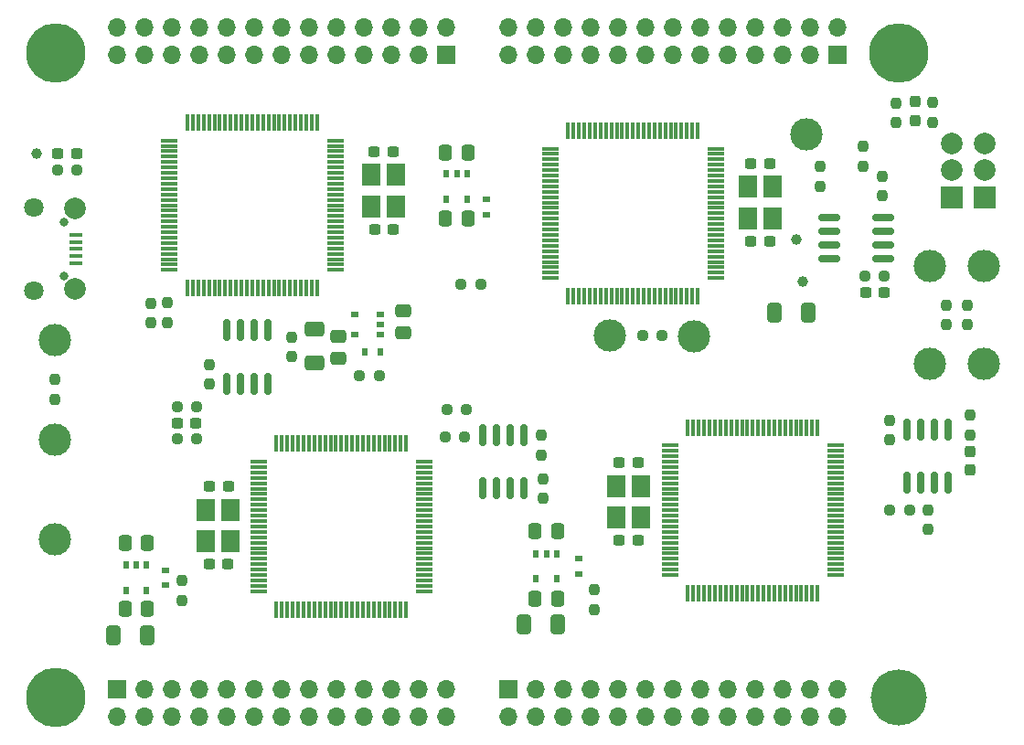
<source format=gbr>
G04 #@! TF.GenerationSoftware,KiCad,Pcbnew,(6.0.7-1)-1*
G04 #@! TF.CreationDate,2022-09-29T12:27:23-05:00*
G04 #@! TF.ProjectId,ramn,72616d6e-2e6b-4696-9361-645f70636258,rev?*
G04 #@! TF.SameCoordinates,Original*
G04 #@! TF.FileFunction,Soldermask,Top*
G04 #@! TF.FilePolarity,Negative*
%FSLAX46Y46*%
G04 Gerber Fmt 4.6, Leading zero omitted, Abs format (unit mm)*
G04 Created by KiCad (PCBNEW (6.0.7-1)-1) date 2022-09-29 12:27:23*
%MOMM*%
%LPD*%
G01*
G04 APERTURE LIST*
G04 Aperture macros list*
%AMRoundRect*
0 Rectangle with rounded corners*
0 $1 Rounding radius*
0 $2 $3 $4 $5 $6 $7 $8 $9 X,Y pos of 4 corners*
0 Add a 4 corners polygon primitive as box body*
4,1,4,$2,$3,$4,$5,$6,$7,$8,$9,$2,$3,0*
0 Add four circle primitives for the rounded corners*
1,1,$1+$1,$2,$3*
1,1,$1+$1,$4,$5*
1,1,$1+$1,$6,$7*
1,1,$1+$1,$8,$9*
0 Add four rect primitives between the rounded corners*
20,1,$1+$1,$2,$3,$4,$5,0*
20,1,$1+$1,$4,$5,$6,$7,0*
20,1,$1+$1,$6,$7,$8,$9,0*
20,1,$1+$1,$8,$9,$2,$3,0*%
G04 Aperture macros list end*
%ADD10C,1.000000*%
%ADD11R,0.510000X0.700000*%
%ADD12RoundRect,0.237500X0.237500X-0.250000X0.237500X0.250000X-0.237500X0.250000X-0.237500X-0.250000X0*%
%ADD13C,5.200000*%
%ADD14C,3.000000*%
%ADD15R,1.700000X1.700000*%
%ADD16O,1.700000X1.700000*%
%ADD17R,2.000000X2.000000*%
%ADD18C,2.000000*%
%ADD19RoundRect,0.237500X-0.237500X0.250000X-0.237500X-0.250000X0.237500X-0.250000X0.237500X0.250000X0*%
%ADD20RoundRect,0.237500X-0.300000X-0.237500X0.300000X-0.237500X0.300000X0.237500X-0.300000X0.237500X0*%
%ADD21RoundRect,0.250000X-0.475000X0.337500X-0.475000X-0.337500X0.475000X-0.337500X0.475000X0.337500X0*%
%ADD22RoundRect,0.075000X0.725000X0.075000X-0.725000X0.075000X-0.725000X-0.075000X0.725000X-0.075000X0*%
%ADD23RoundRect,0.075000X0.075000X0.725000X-0.075000X0.725000X-0.075000X-0.725000X0.075000X-0.725000X0*%
%ADD24RoundRect,0.250000X0.412500X0.650000X-0.412500X0.650000X-0.412500X-0.650000X0.412500X-0.650000X0*%
%ADD25R,1.800000X2.100000*%
%ADD26RoundRect,0.237500X0.300000X0.237500X-0.300000X0.237500X-0.300000X-0.237500X0.300000X-0.237500X0*%
%ADD27RoundRect,0.237500X0.250000X0.237500X-0.250000X0.237500X-0.250000X-0.237500X0.250000X-0.237500X0*%
%ADD28RoundRect,0.075000X-0.725000X-0.075000X0.725000X-0.075000X0.725000X0.075000X-0.725000X0.075000X0*%
%ADD29RoundRect,0.075000X-0.075000X-0.725000X0.075000X-0.725000X0.075000X0.725000X-0.075000X0.725000X0*%
%ADD30RoundRect,0.250000X-0.412500X-0.650000X0.412500X-0.650000X0.412500X0.650000X-0.412500X0.650000X0*%
%ADD31R,0.600000X0.700000*%
%ADD32C,5.500000*%
%ADD33RoundRect,0.250000X0.337500X0.475000X-0.337500X0.475000X-0.337500X-0.475000X0.337500X-0.475000X0*%
%ADD34RoundRect,0.150000X0.150000X-0.825000X0.150000X0.825000X-0.150000X0.825000X-0.150000X-0.825000X0*%
%ADD35RoundRect,0.150000X-0.825000X-0.150000X0.825000X-0.150000X0.825000X0.150000X-0.825000X0.150000X0*%
%ADD36RoundRect,0.150000X-0.150000X0.825000X-0.150000X-0.825000X0.150000X-0.825000X0.150000X0.825000X0*%
%ADD37RoundRect,0.237500X-0.250000X-0.237500X0.250000X-0.237500X0.250000X0.237500X-0.250000X0.237500X0*%
%ADD38R,0.700000X0.510000*%
%ADD39RoundRect,0.237500X-0.237500X0.300000X-0.237500X-0.300000X0.237500X-0.300000X0.237500X0.300000X0*%
%ADD40C,0.800000*%
%ADD41R,1.300000X0.450000*%
%ADD42C,1.800000*%
%ADD43R,0.700000X0.600000*%
%ADD44RoundRect,0.250000X-0.650000X0.412500X-0.650000X-0.412500X0.650000X-0.412500X0.650000X0.412500X0*%
%ADD45RoundRect,0.237500X0.237500X-0.300000X0.237500X0.300000X-0.237500X0.300000X-0.237500X-0.300000X0*%
G04 APERTURE END LIST*
D10*
X113005000Y-64230000D03*
D11*
X52875000Y-94430000D03*
X51925000Y-94430000D03*
X50975000Y-94430000D03*
X50975000Y-96750000D03*
X52875000Y-96750000D03*
D12*
X94305000Y-98530000D03*
X94305000Y-96705000D03*
D10*
X113605000Y-68130000D03*
D13*
X122555000Y-106680000D03*
D14*
X95770000Y-73140000D03*
D15*
X116840000Y-47117000D03*
D16*
X116840000Y-44577000D03*
X114300000Y-47117000D03*
X114300000Y-44577000D03*
X111760000Y-47117000D03*
X111760000Y-44577000D03*
X109220000Y-47117000D03*
X109220000Y-44577000D03*
X106680000Y-47117000D03*
X106680000Y-44577000D03*
X104140000Y-47117000D03*
X104140000Y-44577000D03*
X101600000Y-47117000D03*
X101600000Y-44577000D03*
X99060000Y-47117000D03*
X99060000Y-44577000D03*
X96520000Y-47117000D03*
X96520000Y-44577000D03*
X93980000Y-47117000D03*
X93980000Y-44577000D03*
X91440000Y-47117000D03*
X91440000Y-44577000D03*
X88900000Y-47117000D03*
X88900000Y-44577000D03*
X86360000Y-47117000D03*
X86360000Y-44577000D03*
D17*
X127405000Y-60360000D03*
X130505000Y-60360000D03*
D18*
X130505000Y-57860000D03*
X127405000Y-57860000D03*
X127405000Y-55360000D03*
X130505000Y-55360000D03*
D19*
X89605000Y-86430000D03*
X89605000Y-88255000D03*
X128905000Y-70317500D03*
X128905000Y-72142500D03*
D20*
X108842500Y-57230000D03*
X110567500Y-57230000D03*
D14*
X125405000Y-75730000D03*
X44405000Y-92030000D03*
D21*
X70605000Y-73192500D03*
X70605000Y-75267500D03*
D22*
X70330000Y-67080000D03*
X70330000Y-66580000D03*
X70330000Y-66080000D03*
X70330000Y-65580000D03*
X70330000Y-65080000D03*
X70330000Y-64580000D03*
X70330000Y-64080000D03*
X70330000Y-63580000D03*
X70330000Y-63080000D03*
X70330000Y-62580000D03*
X70330000Y-62080000D03*
X70330000Y-61580000D03*
X70330000Y-61080000D03*
X70330000Y-60580000D03*
X70330000Y-60080000D03*
X70330000Y-59580000D03*
X70330000Y-59080000D03*
X70330000Y-58580000D03*
X70330000Y-58080000D03*
X70330000Y-57580000D03*
X70330000Y-57080000D03*
X70330000Y-56580000D03*
X70330000Y-56080000D03*
X70330000Y-55580000D03*
X70330000Y-55080000D03*
D23*
X68655000Y-53405000D03*
X68155000Y-53405000D03*
X67655000Y-53405000D03*
X67155000Y-53405000D03*
X66655000Y-53405000D03*
X66155000Y-53405000D03*
X65655000Y-53405000D03*
X65155000Y-53405000D03*
X64655000Y-53405000D03*
X64155000Y-53405000D03*
X63655000Y-53405000D03*
X63155000Y-53405000D03*
X62655000Y-53405000D03*
X62155000Y-53405000D03*
X61655000Y-53405000D03*
X61155000Y-53405000D03*
X60655000Y-53405000D03*
X60155000Y-53405000D03*
X59655000Y-53405000D03*
X59155000Y-53405000D03*
X58655000Y-53405000D03*
X58155000Y-53405000D03*
X57655000Y-53405000D03*
X57155000Y-53405000D03*
X56655000Y-53405000D03*
D22*
X54980000Y-55080000D03*
X54980000Y-55580000D03*
X54980000Y-56080000D03*
X54980000Y-56580000D03*
X54980000Y-57080000D03*
X54980000Y-57580000D03*
X54980000Y-58080000D03*
X54980000Y-58580000D03*
X54980000Y-59080000D03*
X54980000Y-59580000D03*
X54980000Y-60080000D03*
X54980000Y-60580000D03*
X54980000Y-61080000D03*
X54980000Y-61580000D03*
X54980000Y-62080000D03*
X54980000Y-62580000D03*
X54980000Y-63080000D03*
X54980000Y-63580000D03*
X54980000Y-64080000D03*
X54980000Y-64580000D03*
X54980000Y-65080000D03*
X54980000Y-65580000D03*
X54980000Y-66080000D03*
X54980000Y-66580000D03*
X54980000Y-67080000D03*
D23*
X56655000Y-68755000D03*
X57155000Y-68755000D03*
X57655000Y-68755000D03*
X58155000Y-68755000D03*
X58655000Y-68755000D03*
X59155000Y-68755000D03*
X59655000Y-68755000D03*
X60155000Y-68755000D03*
X60655000Y-68755000D03*
X61155000Y-68755000D03*
X61655000Y-68755000D03*
X62155000Y-68755000D03*
X62655000Y-68755000D03*
X63155000Y-68755000D03*
X63655000Y-68755000D03*
X64155000Y-68755000D03*
X64655000Y-68755000D03*
X65155000Y-68755000D03*
X65655000Y-68755000D03*
X66155000Y-68755000D03*
X66655000Y-68755000D03*
X67155000Y-68755000D03*
X67655000Y-68755000D03*
X68155000Y-68755000D03*
X68655000Y-68755000D03*
D24*
X90905000Y-99930000D03*
X87780000Y-99930000D03*
D21*
X76605000Y-70855000D03*
X76605000Y-72930000D03*
D25*
X58355000Y-89280000D03*
X58355000Y-92180000D03*
X60655000Y-92180000D03*
X60655000Y-89280000D03*
D26*
X60367500Y-94330000D03*
X58642500Y-94330000D03*
D20*
X44642500Y-56330000D03*
X46367500Y-56330000D03*
D19*
X54805000Y-70117500D03*
X54805000Y-71942500D03*
D12*
X89405000Y-84230000D03*
X89405000Y-82405000D03*
D24*
X52905000Y-100930000D03*
X49780000Y-100930000D03*
D27*
X123517500Y-89330000D03*
X121692500Y-89330000D03*
D12*
X121005000Y-60230000D03*
X121005000Y-58405000D03*
D20*
X55730000Y-81230000D03*
X57455000Y-81230000D03*
D28*
X63230000Y-84830000D03*
X63230000Y-85330000D03*
X63230000Y-85830000D03*
X63230000Y-86330000D03*
X63230000Y-86830000D03*
X63230000Y-87330000D03*
X63230000Y-87830000D03*
X63230000Y-88330000D03*
X63230000Y-88830000D03*
X63230000Y-89330000D03*
X63230000Y-89830000D03*
X63230000Y-90330000D03*
X63230000Y-90830000D03*
X63230000Y-91330000D03*
X63230000Y-91830000D03*
X63230000Y-92330000D03*
X63230000Y-92830000D03*
X63230000Y-93330000D03*
X63230000Y-93830000D03*
X63230000Y-94330000D03*
X63230000Y-94830000D03*
X63230000Y-95330000D03*
X63230000Y-95830000D03*
X63230000Y-96330000D03*
X63230000Y-96830000D03*
D29*
X64905000Y-98505000D03*
X65405000Y-98505000D03*
X65905000Y-98505000D03*
X66405000Y-98505000D03*
X66905000Y-98505000D03*
X67405000Y-98505000D03*
X67905000Y-98505000D03*
X68405000Y-98505000D03*
X68905000Y-98505000D03*
X69405000Y-98505000D03*
X69905000Y-98505000D03*
X70405000Y-98505000D03*
X70905000Y-98505000D03*
X71405000Y-98505000D03*
X71905000Y-98505000D03*
X72405000Y-98505000D03*
X72905000Y-98505000D03*
X73405000Y-98505000D03*
X73905000Y-98505000D03*
X74405000Y-98505000D03*
X74905000Y-98505000D03*
X75405000Y-98505000D03*
X75905000Y-98505000D03*
X76405000Y-98505000D03*
X76905000Y-98505000D03*
D28*
X78580000Y-96830000D03*
X78580000Y-96330000D03*
X78580000Y-95830000D03*
X78580000Y-95330000D03*
X78580000Y-94830000D03*
X78580000Y-94330000D03*
X78580000Y-93830000D03*
X78580000Y-93330000D03*
X78580000Y-92830000D03*
X78580000Y-92330000D03*
X78580000Y-91830000D03*
X78580000Y-91330000D03*
X78580000Y-90830000D03*
X78580000Y-90330000D03*
X78580000Y-89830000D03*
X78580000Y-89330000D03*
X78580000Y-88830000D03*
X78580000Y-88330000D03*
X78580000Y-87830000D03*
X78580000Y-87330000D03*
X78580000Y-86830000D03*
X78580000Y-86330000D03*
X78580000Y-85830000D03*
X78580000Y-85330000D03*
X78580000Y-84830000D03*
D29*
X76905000Y-83155000D03*
X76405000Y-83155000D03*
X75905000Y-83155000D03*
X75405000Y-83155000D03*
X74905000Y-83155000D03*
X74405000Y-83155000D03*
X73905000Y-83155000D03*
X73405000Y-83155000D03*
X72905000Y-83155000D03*
X72405000Y-83155000D03*
X71905000Y-83155000D03*
X71405000Y-83155000D03*
X70905000Y-83155000D03*
X70405000Y-83155000D03*
X69905000Y-83155000D03*
X69405000Y-83155000D03*
X68905000Y-83155000D03*
X68405000Y-83155000D03*
X67905000Y-83155000D03*
X67405000Y-83155000D03*
X66905000Y-83155000D03*
X66405000Y-83155000D03*
X65905000Y-83155000D03*
X65405000Y-83155000D03*
X64905000Y-83155000D03*
D12*
X56105000Y-97655000D03*
X56105000Y-95830000D03*
D19*
X121705000Y-81005000D03*
X121705000Y-82830000D03*
D30*
X110980000Y-71030000D03*
X114105000Y-71030000D03*
D31*
X74505000Y-74630000D03*
X73105000Y-74630000D03*
D19*
X126905000Y-70317500D03*
X126905000Y-72142500D03*
D10*
X42655000Y-56330000D03*
D32*
X44450000Y-106680000D03*
D15*
X86360000Y-105900000D03*
D16*
X86360000Y-108440000D03*
X88900000Y-105900000D03*
X88900000Y-108440000D03*
X91440000Y-105900000D03*
X91440000Y-108440000D03*
X93980000Y-105900000D03*
X93980000Y-108440000D03*
X96520000Y-105900000D03*
X96520000Y-108440000D03*
X99060000Y-105900000D03*
X99060000Y-108440000D03*
X101600000Y-105900000D03*
X101600000Y-108440000D03*
X104140000Y-105900000D03*
X104140000Y-108440000D03*
X106680000Y-105900000D03*
X106680000Y-108440000D03*
X109220000Y-105900000D03*
X109220000Y-108440000D03*
X111760000Y-105900000D03*
X111760000Y-108440000D03*
X114300000Y-105900000D03*
X114300000Y-108440000D03*
X116840000Y-105900000D03*
X116840000Y-108440000D03*
D20*
X73942500Y-56130000D03*
X75667500Y-56130000D03*
D11*
X82555000Y-58170000D03*
X81605000Y-58170000D03*
X80655000Y-58170000D03*
X80655000Y-60490000D03*
X82555000Y-60490000D03*
D33*
X82642500Y-56230000D03*
X80567500Y-56230000D03*
D19*
X58705000Y-75817500D03*
X58705000Y-77642500D03*
D34*
X84000000Y-87305000D03*
X85270000Y-87305000D03*
X86540000Y-87305000D03*
X87810000Y-87305000D03*
X87810000Y-82355000D03*
X86540000Y-82355000D03*
X85270000Y-82355000D03*
X84000000Y-82355000D03*
D14*
X113950000Y-54500000D03*
X130405000Y-75730000D03*
D35*
X116130000Y-62225000D03*
X116130000Y-63495000D03*
X116130000Y-64765000D03*
X116130000Y-66035000D03*
X121080000Y-66035000D03*
X121080000Y-64765000D03*
X121080000Y-63495000D03*
X121080000Y-62225000D03*
D33*
X52962500Y-92330000D03*
X50887500Y-92330000D03*
D26*
X98367500Y-92130000D03*
X96642500Y-92130000D03*
D36*
X64110000Y-72655000D03*
X62840000Y-72655000D03*
X61570000Y-72655000D03*
X60300000Y-72655000D03*
X60300000Y-77605000D03*
X61570000Y-77605000D03*
X62840000Y-77605000D03*
X64110000Y-77605000D03*
D37*
X119380000Y-67630000D03*
X121205000Y-67630000D03*
D28*
X101330000Y-83330000D03*
X101330000Y-83830000D03*
X101330000Y-84330000D03*
X101330000Y-84830000D03*
X101330000Y-85330000D03*
X101330000Y-85830000D03*
X101330000Y-86330000D03*
X101330000Y-86830000D03*
X101330000Y-87330000D03*
X101330000Y-87830000D03*
X101330000Y-88330000D03*
X101330000Y-88830000D03*
X101330000Y-89330000D03*
X101330000Y-89830000D03*
X101330000Y-90330000D03*
X101330000Y-90830000D03*
X101330000Y-91330000D03*
X101330000Y-91830000D03*
X101330000Y-92330000D03*
X101330000Y-92830000D03*
X101330000Y-93330000D03*
X101330000Y-93830000D03*
X101330000Y-94330000D03*
X101330000Y-94830000D03*
X101330000Y-95330000D03*
D29*
X103005000Y-97005000D03*
X103505000Y-97005000D03*
X104005000Y-97005000D03*
X104505000Y-97005000D03*
X105005000Y-97005000D03*
X105505000Y-97005000D03*
X106005000Y-97005000D03*
X106505000Y-97005000D03*
X107005000Y-97005000D03*
X107505000Y-97005000D03*
X108005000Y-97005000D03*
X108505000Y-97005000D03*
X109005000Y-97005000D03*
X109505000Y-97005000D03*
X110005000Y-97005000D03*
X110505000Y-97005000D03*
X111005000Y-97005000D03*
X111505000Y-97005000D03*
X112005000Y-97005000D03*
X112505000Y-97005000D03*
X113005000Y-97005000D03*
X113505000Y-97005000D03*
X114005000Y-97005000D03*
X114505000Y-97005000D03*
X115005000Y-97005000D03*
D28*
X116680000Y-95330000D03*
X116680000Y-94830000D03*
X116680000Y-94330000D03*
X116680000Y-93830000D03*
X116680000Y-93330000D03*
X116680000Y-92830000D03*
X116680000Y-92330000D03*
X116680000Y-91830000D03*
X116680000Y-91330000D03*
X116680000Y-90830000D03*
X116680000Y-90330000D03*
X116680000Y-89830000D03*
X116680000Y-89330000D03*
X116680000Y-88830000D03*
X116680000Y-88330000D03*
X116680000Y-87830000D03*
X116680000Y-87330000D03*
X116680000Y-86830000D03*
X116680000Y-86330000D03*
X116680000Y-85830000D03*
X116680000Y-85330000D03*
X116680000Y-84830000D03*
X116680000Y-84330000D03*
X116680000Y-83830000D03*
X116680000Y-83330000D03*
D29*
X115005000Y-81655000D03*
X114505000Y-81655000D03*
X114005000Y-81655000D03*
X113505000Y-81655000D03*
X113005000Y-81655000D03*
X112505000Y-81655000D03*
X112005000Y-81655000D03*
X111505000Y-81655000D03*
X111005000Y-81655000D03*
X110505000Y-81655000D03*
X110005000Y-81655000D03*
X109505000Y-81655000D03*
X109005000Y-81655000D03*
X108505000Y-81655000D03*
X108005000Y-81655000D03*
X107505000Y-81655000D03*
X107005000Y-81655000D03*
X106505000Y-81655000D03*
X106005000Y-81655000D03*
X105505000Y-81655000D03*
X105005000Y-81655000D03*
X104505000Y-81655000D03*
X104005000Y-81655000D03*
X103505000Y-81655000D03*
X103005000Y-81655000D03*
D37*
X44592500Y-57830000D03*
X46417500Y-57830000D03*
X80692500Y-80030000D03*
X82517500Y-80030000D03*
D33*
X90905000Y-97530000D03*
X88830000Y-97530000D03*
D12*
X44405000Y-79042500D03*
X44405000Y-77217500D03*
D14*
X44405000Y-82830000D03*
D38*
X74505000Y-73080000D03*
X74505000Y-72130000D03*
X74505000Y-71180000D03*
X72185000Y-71180000D03*
X72185000Y-73080000D03*
D12*
X115205000Y-59342500D03*
X115205000Y-57517500D03*
D25*
X96355000Y-87080000D03*
X96355000Y-89980000D03*
X98655000Y-89980000D03*
X98655000Y-87080000D03*
D14*
X125405000Y-66730000D03*
D39*
X129105000Y-83867500D03*
X129105000Y-85592500D03*
D32*
X44450000Y-46990000D03*
D15*
X50165000Y-105900000D03*
D16*
X50165000Y-108440000D03*
X52705000Y-105900000D03*
X52705000Y-108440000D03*
X55245000Y-105900000D03*
X55245000Y-108440000D03*
X57785000Y-105900000D03*
X57785000Y-108440000D03*
X60325000Y-105900000D03*
X60325000Y-108440000D03*
X62865000Y-105900000D03*
X62865000Y-108440000D03*
X65405000Y-105900000D03*
X65405000Y-108440000D03*
X67945000Y-105900000D03*
X67945000Y-108440000D03*
X70485000Y-105900000D03*
X70485000Y-108440000D03*
X73025000Y-105900000D03*
X73025000Y-108440000D03*
X75565000Y-105900000D03*
X75565000Y-108440000D03*
X78105000Y-105900000D03*
X78105000Y-108440000D03*
X80645000Y-105900000D03*
X80645000Y-108440000D03*
D33*
X52962500Y-98430000D03*
X50887500Y-98430000D03*
D34*
X123300000Y-86805000D03*
X124570000Y-86805000D03*
X125840000Y-86805000D03*
X127110000Y-86805000D03*
X127110000Y-81855000D03*
X125840000Y-81855000D03*
X124570000Y-81855000D03*
X123300000Y-81855000D03*
D27*
X100617500Y-73130000D03*
X98792500Y-73130000D03*
D40*
X45205000Y-67630000D03*
X45205000Y-62630000D03*
D41*
X46305000Y-63830000D03*
X46305000Y-64480000D03*
X46305000Y-65130000D03*
X46305000Y-65780000D03*
X46305000Y-66430000D03*
D42*
X42455000Y-61255000D03*
D18*
X46255000Y-61405000D03*
D42*
X42455000Y-69005000D03*
D18*
X46255000Y-68855000D03*
D12*
X129105000Y-82330000D03*
X129105000Y-80505000D03*
D22*
X105580000Y-67830000D03*
X105580000Y-67330000D03*
X105580000Y-66830000D03*
X105580000Y-66330000D03*
X105580000Y-65830000D03*
X105580000Y-65330000D03*
X105580000Y-64830000D03*
X105580000Y-64330000D03*
X105580000Y-63830000D03*
X105580000Y-63330000D03*
X105580000Y-62830000D03*
X105580000Y-62330000D03*
X105580000Y-61830000D03*
X105580000Y-61330000D03*
X105580000Y-60830000D03*
X105580000Y-60330000D03*
X105580000Y-59830000D03*
X105580000Y-59330000D03*
X105580000Y-58830000D03*
X105580000Y-58330000D03*
X105580000Y-57830000D03*
X105580000Y-57330000D03*
X105580000Y-56830000D03*
X105580000Y-56330000D03*
X105580000Y-55830000D03*
D23*
X103905000Y-54155000D03*
X103405000Y-54155000D03*
X102905000Y-54155000D03*
X102405000Y-54155000D03*
X101905000Y-54155000D03*
X101405000Y-54155000D03*
X100905000Y-54155000D03*
X100405000Y-54155000D03*
X99905000Y-54155000D03*
X99405000Y-54155000D03*
X98905000Y-54155000D03*
X98405000Y-54155000D03*
X97905000Y-54155000D03*
X97405000Y-54155000D03*
X96905000Y-54155000D03*
X96405000Y-54155000D03*
X95905000Y-54155000D03*
X95405000Y-54155000D03*
X94905000Y-54155000D03*
X94405000Y-54155000D03*
X93905000Y-54155000D03*
X93405000Y-54155000D03*
X92905000Y-54155000D03*
X92405000Y-54155000D03*
X91905000Y-54155000D03*
D22*
X90230000Y-55830000D03*
X90230000Y-56330000D03*
X90230000Y-56830000D03*
X90230000Y-57330000D03*
X90230000Y-57830000D03*
X90230000Y-58330000D03*
X90230000Y-58830000D03*
X90230000Y-59330000D03*
X90230000Y-59830000D03*
X90230000Y-60330000D03*
X90230000Y-60830000D03*
X90230000Y-61330000D03*
X90230000Y-61830000D03*
X90230000Y-62330000D03*
X90230000Y-62830000D03*
X90230000Y-63330000D03*
X90230000Y-63830000D03*
X90230000Y-64330000D03*
X90230000Y-64830000D03*
X90230000Y-65330000D03*
X90230000Y-65830000D03*
X90230000Y-66330000D03*
X90230000Y-66830000D03*
X90230000Y-67330000D03*
X90230000Y-67830000D03*
D23*
X91905000Y-69505000D03*
X92405000Y-69505000D03*
X92905000Y-69505000D03*
X93405000Y-69505000D03*
X93905000Y-69505000D03*
X94405000Y-69505000D03*
X94905000Y-69505000D03*
X95405000Y-69505000D03*
X95905000Y-69505000D03*
X96405000Y-69505000D03*
X96905000Y-69505000D03*
X97405000Y-69505000D03*
X97905000Y-69505000D03*
X98405000Y-69505000D03*
X98905000Y-69505000D03*
X99405000Y-69505000D03*
X99905000Y-69505000D03*
X100405000Y-69505000D03*
X100905000Y-69505000D03*
X101405000Y-69505000D03*
X101905000Y-69505000D03*
X102405000Y-69505000D03*
X102905000Y-69505000D03*
X103405000Y-69505000D03*
X103905000Y-69505000D03*
D15*
X80645000Y-47117000D03*
D16*
X80645000Y-44577000D03*
X78105000Y-47117000D03*
X78105000Y-44577000D03*
X75565000Y-47117000D03*
X75565000Y-44577000D03*
X73025000Y-47117000D03*
X73025000Y-44577000D03*
X70485000Y-47117000D03*
X70485000Y-44577000D03*
X67945000Y-47117000D03*
X67945000Y-44577000D03*
X65405000Y-47117000D03*
X65405000Y-44577000D03*
X62865000Y-47117000D03*
X62865000Y-44577000D03*
X60325000Y-47117000D03*
X60325000Y-44577000D03*
X57785000Y-47117000D03*
X57785000Y-44577000D03*
X55245000Y-47117000D03*
X55245000Y-44577000D03*
X52705000Y-47117000D03*
X52705000Y-44577000D03*
X50165000Y-47117000D03*
X50165000Y-44577000D03*
D20*
X96642500Y-84930000D03*
X98367500Y-84930000D03*
D19*
X125670000Y-51567500D03*
X125670000Y-53392500D03*
D33*
X90942500Y-91230000D03*
X88867500Y-91230000D03*
D12*
X53305000Y-71967500D03*
X53305000Y-70142500D03*
D27*
X57505000Y-79730000D03*
X55680000Y-79730000D03*
D14*
X103580000Y-73230000D03*
D27*
X83817500Y-68430000D03*
X81992500Y-68430000D03*
D43*
X84305000Y-60530000D03*
X84305000Y-61930000D03*
D11*
X90842500Y-93370000D03*
X89892500Y-93370000D03*
X88942500Y-93370000D03*
X88942500Y-95690000D03*
X90842500Y-95690000D03*
D12*
X122240000Y-53440000D03*
X122240000Y-51615000D03*
D27*
X74417500Y-76830000D03*
X72592500Y-76830000D03*
D20*
X58705000Y-87130000D03*
X60430000Y-87130000D03*
D19*
X66305000Y-73305000D03*
X66305000Y-75130000D03*
D20*
X119480000Y-69130000D03*
X121205000Y-69130000D03*
D43*
X54605000Y-94890000D03*
X54605000Y-96290000D03*
D44*
X68405000Y-72567500D03*
X68405000Y-75692500D03*
D14*
X130405000Y-66730000D03*
D33*
X82642500Y-62330000D03*
X80567500Y-62330000D03*
D43*
X92892500Y-93830000D03*
X92892500Y-95230000D03*
D25*
X75955000Y-61180000D03*
X75955000Y-58280000D03*
X73655000Y-58280000D03*
X73655000Y-61180000D03*
D37*
X55705000Y-82730000D03*
X57530000Y-82730000D03*
D14*
X44405000Y-73580000D03*
D25*
X110855000Y-62280000D03*
X110855000Y-59380000D03*
X108555000Y-59380000D03*
X108555000Y-62280000D03*
D27*
X82330000Y-82530000D03*
X80505000Y-82530000D03*
D26*
X75730000Y-63330000D03*
X74005000Y-63330000D03*
X110567500Y-64430000D03*
X108842500Y-64430000D03*
D45*
X124040000Y-53215000D03*
X124040000Y-51490000D03*
D12*
X119205000Y-57455000D03*
X119205000Y-55630000D03*
D19*
X125205000Y-89305000D03*
X125205000Y-91130000D03*
D32*
X122555000Y-46990000D03*
M02*

</source>
